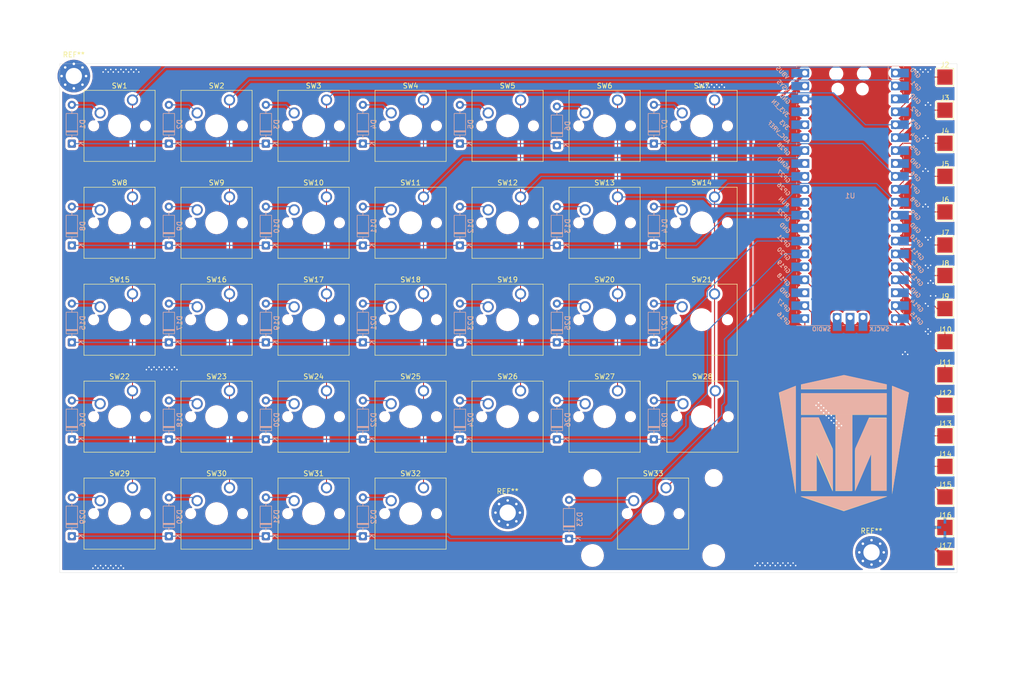
<source format=kicad_pcb>
(kicad_pcb (version 20241229) (generator "pcbnew") (generator_version "9.0")
  (layers (0 "F.Cu" signal) (2 "B.Cu" signal) (13 "F.Paste" user) (15 "B.Paste" user) (5 "F.SilkS" user "F.Silkscreen") (7 "B.SilkS" user "B.Silkscreen") (1 "F.Mask" user) (3 "B.Mask" user) (25 "Edge.Cuts" user))
  (net 0 "")
  (net 1 "Net-(D1-A)")
  (net 2 "COL0")
  (net 3 "Net-(D2-A)")
  (net 4 "COL1")
  (net 5 "Net-(D3-A)")
  (net 6 "COL2")
  (net 7 "Net-(D4-A)")
  (net 8 "COL3")
  (net 9 "Net-(D5-A)")
  (net 10 "COL4")
  (net 11 "Net-(D6-A)")
  (net 12 "COL5")
  (net 13 "COL6")
  (net 14 "Net-(D7-A)")
  (net 15 "Net-(D8-A)")
  (net 16 "Net-(D9-A)")
  (net 17 "Net-(D10-A)")
  (net 18 "Net-(D11-A)")
  (net 19 "Net-(D12-A)")
  (net 20 "Net-(D13-A)")
  (net 21 "Net-(D14-A)")
  (net 22 "Net-(D15-A)")
  (net 23 "Net-(D16-A)")
  (net 24 "Net-(D17-A)")
  (net 25 "Net-(D18-A)")
  (net 26 "Net-(D19-A)")
  (net 27 "Net-(D20-A)")
  (net 28 "Net-(D21-A)")
  (net 29 "Net-(D22-A)")
  (net 30 "Net-(D23-A)")
  (net 31 "Net-(D24-A)")
  (net 32 "Net-(D25-A)")
  (net 33 "Net-(D26-A)")
  (net 34 "Net-(D27-A)")
  (net 35 "Net-(D28-A)")
  (net 36 "Net-(D29-A)")
  (net 37 "Net-(D30-A)")
  (net 38 "Net-(D31-A)")
  (net 39 "Net-(D32-A)")
  (net 40 "Net-(D33-A)")
  (net 41 "ROW0")
  (net 42 "ROW1")
  (net 43 "ROW2")
  (net 44 "ROW3")
  (net 59 "COL7b")
  (net 60 "COL6b")
  (net 61 "COL5b")
  (net 62 "ROW1b")
  (net 63 "COL2b")
  (net 64 "ROW2b")
  (net 65 "SCLb")
  (net 66 "SDAb")
  (net 67 "COL1b")
  (net 68 "ROW3b")
  (net 69 "COL3b")
  (net 70 "ROW4b")
  (net 71 "COL4b")
  (net 72 "ROW5b")
  (net 73 "ROW4")
  (net 74 "+3V3")
  (net 75 "+5V")
  (net 76 "GND")
  (footprint "Button_Switch_Keyboard:SW_Cherry_MX_1.00u_PCB" (layer "F.Cu") (at 150.01875 88.10625)
    (property "Reference" "SW20")
    (property "Value" "SW_Push")
  )
  (footprint "TestPoint:TestPoint_Pad_3.0x3.0mm" (layer "F.Cu") (at 214.3125 128)
    (property "Reference" "J15")
    (property "Value" "Conn_01x01_Pin")
  )
  (footprint "Button_Switch_Keyboard:SW_Cherry_MX_1.00u_PCB" (layer "F.Cu") (at 92.86875 69.05625)
    (property "Reference" "SW10")
    (property "Value" "SW_Push")
  )
  (footprint "Button_Switch_Keyboard:SW_Cherry_MX_1.00u_PCB" (layer "F.Cu") (at 73.81875 69.05625)
    (property "Reference" "SW9")
    (property "Value" "SW_Push")
  )
  (footprint "Button_Switch_Keyboard:SW_Cherry_MX_1.00u_PCB" (layer "F.Cu") (at 54.76875 107.15625)
    (property "Reference" "SW22")
    (property "Value" "SW_Push")
  )
  (footprint "Button_Switch_Keyboard:SW_Cherry_MX_1.00u_PCB" (layer "F.Cu") (at 111.91875 126.20625)
    (property "Reference" "SW32")
    (property "Value" "SW_Push")
  )
  (footprint "Button_Switch_Keyboard:SW_Cherry_MX_1.00u_PCB" (layer "F.Cu") (at 54.76875 88.10625)
    (property "Reference" "SW15")
    (property "Value" "SW_Push")
  )
  (footprint "Button_Switch_Keyboard:SW_Cherry_MX_1.00u_PCB" (layer "F.Cu") (at 92.86875 50.00625)
    (property "Reference" "SW3")
    (property "Value" "SW_Push")
  )
  (footprint "TestPoint:TestPoint_Pad_3.0x3.0mm" (layer "F.Cu") (at 214.3125 104)
    (property "Reference" "J11")
    (property "Value" "Conn_01x01_Pin")
  )
  (footprint "Button_Switch_Keyboard:SW_Cherry_MX_1.00u_PCB" (layer "F.Cu") (at 54.76875 69.05625)
    (property "Reference" "SW8")
    (property "Value" "SW_Push")
  )
  (footprint "TestPoint:TestPoint_Pad_3.0x3.0mm" (layer "F.Cu") (at 214.3125 78.5)
    (property "Reference" "J7")
    (property "Value" "Conn_01x01_Pin")
  )
  (footprint "Button_Switch_Keyboard:SW_Cherry_MX_1.00u_PCB" (layer "F.Cu") (at 130.96875 69.05625)
    (property "Reference" "SW12")
    (property "Value" "SW_Push")
  )
  (footprint "Button_Switch_Keyboard:SW_Cherry_MX_1.00u_PCB" (layer "F.Cu") (at 54.76875 126.20625)
    (property "Reference" "SW29")
    (property "Value" "SW_Push")
  )
  (footprint "TestPoint:TestPoint_Pad_3.0x3.0mm" (layer "F.Cu") (at 214.3125 122)
    (property "Reference" "J14")
    (property "Value" "Conn_01x01_Pin")
  )
  (footprint "Button_Switch_Keyboard:SW_Cherry_MX_1.00u_PCB" (layer "F.Cu") (at 54.76875 50.00625)
    (property "Reference" "SW1")
    (property "Value" "SW_Push")
  )
  (footprint "Button_Switch_Keyboard:SW_Cherry_MX_1.00u_PCB" (layer "F.Cu") (at 73.81875 50.00625)
    (property "Reference" "SW2")
    (property "Value" "SW_Push")
  )
  (footprint "Button_Switch_Keyboard:SW_Cherry_MX_1.00u_PCB" (layer "F.Cu") (at 150.01875 50.00625)
    (property "Reference" "SW6")
    (property "Value" "SW_Push")
  )
  (footprint "TestPoint:TestPoint_Pad_3.0x3.0mm" (layer "F.Cu") (at 214.3125 65)
    (property "Reference" "J5")
    (property "Value" "Conn_01x01_Pin")
  )
  (footprint "Button_Switch_Keyboard:SW_Cherry_MX_1.00u_PCB" (layer "F.Cu") (at 130.96875 88.10625)
    (property "Reference" "SW19")
    (property "Value" "SW_Push")
  )
  (footprint "Button_Switch_Keyboard:SW_Cherry_MX_1.00u_PCB" (layer "F.Cu") (at 169.06875 69.05625)
    (property "Reference" "SW14")
    (property "Value" "SW_Push")
  )
  (footprint "TestPoint:TestPoint_Pad_3.0x3.0mm" (layer "F.Cu") (at 214.3125 72)
    (property "Reference" "J6")
    (property "Value" "Conn_01x01_Pin")
  )
  (footprint "Button_Switch_Keyboard:SW_Cherry_MX_1.00u_PCB" (layer "F.Cu") (at 169.06875 88.10625)
    (property "Reference" "SW21")
    (property "Value" "SW_Push")
  )
  (footprint "TestPoint:TestPoint_Pad_3.0x3.0mm" (layer "F.Cu") (at 214.3125 45.5)
    (property "Reference" "J2")
    (property "Value" "Conn_01x01_Pin")
  )
  (footprint "Button_Switch_Keyboard:SW_Cherry_MX_1.00u_PCB" (layer "F.Cu") (at 111.91875 107.15625)
    (property "Reference" "SW25")
    (property "Value" "SW_Push")
  )
  (footprint "Button_Switch_Keyboard:SW_Cherry_MX_1.00u_PCB" (layer "F.Cu") (at 111.91875 50.00625)
    (property "Reference" "SW4")
    (property "Value" "SW_Push")
  )
  (footprint "Button_Switch_Keyboard:SW_Cherry_MX_1.00u_PCB" (layer "F.Cu") (at 150.01875 69.05625)
    (property "Reference" "SW13")
    (property "Value" "SW_Push")
  )
  (footprint "Button_Switch_Keyboard:SW_Cherry_MX_1.00u_PCB" (layer "F.Cu") (at 73.81875 126.20625)
    (property "Reference" "SW30")
    (property "Value" "SW_Push")
  )
  (footprint "Button_Switch_Keyboard:SW_Cherry_MX_1.00u_PCB" (layer "F.Cu") (at 169.2275 107.15625)
    (property "Reference" "SW28")
    (property "Value" "SW_Push")
  )
  (footprint "TestPoint:TestPoint_Pad_3.0x3.0mm" (layer "F.Cu") (at 214.3125 110)
    (property "Reference" "J12")
    (property "Value" "Conn_01x01_Pin")
  )
  (footprint "Button_Switch_Keyboard:SW_Cherry_MX_1.00u_PCB" (layer "F.Cu") (at 150.01875 107.15625)
    (property "Reference" "SW27")
    (property "Value" "SW_Push")
  )
  (footprint "Button_Switch_Keyboard:SW_Cherry_MX_2.00u_PCB" (layer "F.Cu") (at 159.54375 126.20625)
    (property "Reference" "SW33")
    (property "Value" "SW_Push")
  )
  (footprint "Button_Switch_Keyboard:SW_Cherry_MX_1.00u_PCB" (layer "F.Cu") (at 169.06875 50.00625)
    (property "Reference" "SW7")
    (property "Value" "SW_Push")
  )
  (footprint "TestPoint:TestPoint_Pad_3.0x3.0mm" (layer "F.Cu") (at 214.3125 91)
    (property "Reference" "J9")
    (property "Value" "Conn_01x01_Pin")
  )
  (footprint "MountingHole:MountingHole_3.2mm_M3_Pad_Via" (layer "F.Cu") (at 199.9 138.9)
    (property "Reference" "REF**")
    (property "Value" "MountingHole_3.2mm_M3_Pad_Via")
  )
  (footprint "Button_Switch_Keyboard:SW_Cherry_MX_1.00u_PCB" (layer "F.Cu") (at 73.81875 107.15625)
    (property "Reference" "SW23")
    (property "Value" "SW_Push")
  )
  (footprint "Button_Switch_Keyboard:SW_Cherry_MX_1.00u_PCB" (layer "F.Cu") (at 111.91875 69.05625)
    (property "Reference" "SW11")
    (property "Value" "SW_Push")
  )
  (footprint "TestPoint:TestPoint_Pad_3.0x3.0mm" (layer "F.Cu") (at 214.3125 97.5)
    (property "Reference" "J10")
    (property "Value" "Conn_01x01_Pin")
  )
  (footprint "TestPoint:TestPoint_Pad_3.0x3.0mm" (layer "F.Cu") (at 214.3125 134)
    (property "Reference" "J16")
    (property "Value" "Conn_01x01_Pin")
  )
  (footprint "MountingHole:MountingHole_3.2mm_M3_Pad_Via" (layer "F.Cu") (at 43.25 45.3)
    (property "Reference" "REF**")
    (property "Value" "MountingHole_3.2mm_M3_Pad_Via")
  )
  (footprint "TestPoint:TestPoint_Pad_3.0x3.0mm" (layer "F.Cu") (at 214.3125 140)
    (property "Reference" "J17")
    (property "Value" "Conn_01x01_Pin")
  )
  (footprint "MountingHole:MountingHole_3.2mm_M3_Pad_Via" (layer "F.Cu") (at 128.45 131.1)
    (property "Reference" "REF**")
    (property "Value" "MountingHole_3.2mm_M3_Pad_Via")
  )
  (footprint "Button_Switch_Keyboard:SW_Cherry_MX_1.00u_PCB" (layer "F.Cu") (at 130.96875 107.15625)
    (property "Reference" "SW26")
    (property "Value" "SW_Push")
  )
  (footprint "TestPoint:TestPoint_Pad_3.0x3.0mm" (layer "F.Cu") (at 214.3125 52)
    (property "Reference" "J3")
    (property "Value" "Conn_01x01_Pin")
  )
  (footprint "Button_Switch_Keyboard:SW_Cherry_MX_1.00u_PCB" (layer "F.Cu") (at 92.86875 126.20625)
    (property "Reference" "SW31")
    (property "Value" "SW_Push")
  )
  (footprint "Button_Switch_Keyboard:SW_Cherry_MX_1.00u_PCB" (layer "F.Cu") (at 111.91875 88.10625)
    (property "Reference" "SW18")
    (property "Value" "SW_Push")
  )
  (footprint "TestPoint:TestPoint_Pad_3.0x3.0mm" (layer "F.Cu") (at 214.3125 84.5)
    (property "Reference" "J8")
    (property "Value" "Conn_01x01_Pin")
  )
  (footprint "Button_Switch_Keyboard:SW_Cherry_MX_1.00u_PCB" (layer "F.Cu") (at 92.86875 88.10625)
    (property "Reference" "SW17")
    (property "Value" "SW_Push")
  )
  (footprint "Button_Switch_Keyboard:SW_Cherry_MX_1.00u_PCB" (layer "F.Cu") (at 73.81875 88.10625)
    (property "Reference" "SW16")
    (property "Value" "SW_Push")
  )
  (footprint "Button_Switch_Keyboard:SW_Cherry_MX_1.00u_PCB" (layer "F.Cu") (at 92.86875 107.15625)
    (property "Reference" "SW24")
    (property "Value" "SW_Push")
  )
  (footprint "TestPoint:TestPoint_Pad_3.0x3.0mm" (layer "F.Cu") (at 214.3125 58.5)
    (property "Reference" "J4")
    (property "Value" "Conn_01x01_Pin")
  )
  (footprint "Button_Switch_Keyboard:SW_Cherry_MX_1.00u_PCB" (layer "F.Cu") (at 130.96875 50.00625)
    (property "Reference" "SW5")
    (property "Value" "SW_Push")
  )
  (footprint "TestPoint:TestPoint_Pad_3.0x3.0mm" (layer "F.Cu") (at 214.3125 116)
    (property "Reference" "J13")
    (property "Value" "Conn_01x01_Pin")
  )
  (footprint "Diode_THT:D_DO-35_SOD27_P7.62mm_Horizontal" (layer "B.Cu") (at 119.0625 78.58125 90)
    (property "Reference" "D12")
    (property "Value" "D_Small")
  )
  (footprint "Diode_THT:D_DO-35_SOD27_P7.62mm_Horizontal" (layer "B.Cu") (at 80.9625 78.58125 90)
    (property "Reference" "D10")
    (property "Value" "D_Small")
  )
  (footprint "Diode_THT:D_DO-35_SOD27_P7.62mm_Horizontal" (layer "B.Cu") (at 61.9125 58.57875 90)
    (property "Reference" "D2")
    (property "Value" "D_Small")
  )
  (footprint "Taranium-libs:RPi_Pico_SMD_TH" (layer "B.Cu") (at 195.69 68.83 180)
    (property "Reference" "U1")
    (property "Value" "Pico" (hide yes))
  )
  (footprint "Diode_THT:D_DO-35_SOD27_P7.62mm_Horizontal" (layer "B.Cu") (at 100.0125 97.63125 90)
    (property "Reference" "D21")
    (property "Value" "D_Small")
  )
  (footprint "Diode_THT:D_DO-35_SOD27_P7.62mm_Horizontal" (layer "B.Cu") (at 157.1625 78.58125 90)
    (property "Reference" "D14")
    (property "Value" "D_Small")
  )
  (footprint "Diode_THT:D_DO-35_SOD27_P7.62mm_Horizontal" (layer "B.Cu") (at 119.0625 58.57875 90)
    (property "Reference" "D5")
    (property "Value" "D_Small")
  )
  (footprint "Diode_THT:D_DO-35_SOD27_P7.62mm_Horizontal" (layer "B.Cu") (at 138.1125 58.89625 90)
    (property "Reference" "D6")
    (property "Value" "D_Small")
  )
  (footprint "Diode_THT:D_DO-35_SOD27_P7.62mm_Horizontal" (layer "B.Cu") (at 61.9125 116.68125 90)
    (property "Reference" "D18")
    (property "Value" "D_Small")
  )
  (footprint "Diode_THT:D_DO-35_SOD27_P7.62mm_Horizontal" (layer "B.Cu") (at 61.9125 97.63125 90)
    (property "Reference" "D17")
    (property "Value" "D_Small")
  )
  (footprint "Diode_THT:D_DO-35_SOD27_P7.62mm_Horizontal" (layer "B.Cu") (at 140.49375 136.2075 90)
    (property "Reference" "D33")
    (property "Value" "D_Small")
  )
  (footprint "Diode_THT:D_DO-35_SOD27_P7.62mm_Horizontal" (layer "B.Cu") (at 42.8625 116.68125 90)
    (property "Reference" "D16")
    (property "Value" "D_Small")
  )
  (footprint "Diode_THT:D_DO-35_SOD27_P7.62mm_Horizontal" (layer "B.Cu") (at 80.9625 97.63125 90)
    (property "Reference" "D19")
    (property "Value" "D_Small")
  )
  (footprint "Diode_THT:D_DO-35_SOD27_P7.62mm_Horizontal" (layer "B.Cu") (at 100.0125 78.58125 90)
    (property "Reference" "D11")
    (property "Value" "D_Small")
  )
  (footprint "Diode_THT:D_DO-35_SOD27_P7.62mm_Horizontal" (layer "B.Cu") (at 157.1625 58.57875 90)
    (property "Reference" "D7")
    (property "Value" "D_Small")
  )
  (footprint "Diode_THT:D_DO-35_SOD27_P7.62mm_Horizontal" (layer "B.Cu") (at 80.9625 116.68125 90)
    (property "Reference" "D20")
    (property "Value" "D_Small")
  )
  (footprint "Diode_THT:D_DO-35_SOD27_P7.62mm_Horizontal" (layer "B.Cu") (at 42.8625 58.57875 90)
    (property "Reference" "D1")
    (property "Value" "D_Small")
  )
  (footprint "Diode_THT:D_DO-35_SOD27_P7.62mm_Horizontal" (layer "B.Cu") (at 42.8625 135.73125 90)
    (property "Reference" "D29")
    (property "Value" "D_Small")
  )
  (footprint "Diode_THT:D_DO-35_SOD27_P7.62mm_Horizontal" (layer "B.Cu") (at 119.0625 97.63125 90)
    (property "Reference" "D23")
    (property "Value" "D_Small")
  )
  (footprint "Diode_THT:D_DO-35_SOD27_P7.62mm_Horizontal" (layer "B.Cu") (at 61.9125 78.58125 90)
    (property "Reference" "D9")
    (property "Value" "D_Small")
  )
  (footprint "Diode_THT:D_DO-35_SOD27_P7.62mm_Horizontal" (layer "B.Cu") (at 157.1625 97.63125 90)
    (property "Reference" "D27")
    (property "Value" "D_Small")
  )
  (footprint "Diode_THT:D_DO-35_SOD27_P7.62mm_Horizontal" (layer "B.Cu") (at 80.9625 58.57875 90)
    (property "Reference" "D3")
    (property "Value" "D_Small")
  )
  (footprint "Diode_THT:D_DO-35_SOD27_P7.62mm_Horizontal" (layer "B.Cu") (at 138.1125 116.68125 90)
    (property "Reference" "D26")
    (property "Value" "D_Small")
  )
  (footprint "Diode_THT:D_DO-35_SOD27_P7.62mm_Horizontal" (layer "B.Cu") (at 42.8625 97.63125 90)
    (property "Reference" "D15")
    (property "Value" "D_Small")
  )
  (footprint "Diode_THT:D_DO-35_SOD27_P7.62mm_Horizontal" (layer "B.Cu") (at 157.1625 116.68125 90)
    (property "Reference" "D28")
    (property "Value" "D_Small")
  )
  (footprint "Diode_THT:D_DO-35_SOD27_P7.62mm_Horizontal" (layer "B.Cu") (at 80.9625 135.73125 90)
    (property "Reference" "D31")
    (property "Value" "D_Small")
  )
  (footprint "Diode_THT:D_DO-35_SOD27_P7.62mm_Horizontal" (layer "B.Cu") (at 138.1125 97.63125 90)
    (property "Reference" "D25")
    (property "Value" "D_Small")
  )
  (footprint "Diode_THT:D_DO-35_SOD27_P7.62mm_Horizontal" (layer "B.Cu") (at 42.8625 78.58125 90)
    (property "Reference" "D8")
    (property "Value" "D_Small")
  )
  (footprint "Diode_THT:D_DO-35_SOD27_P7.62mm_Horizontal" (layer "B.Cu") (at 61.9125 135.73125 90)
    (property "Reference" "D30")
    (property "Value" "D_Small")
  )
  (footprint "Diode_THT:D_DO-35_SOD27_P7.62mm_Horizontal" (layer "B.Cu") (at 100.0125 116.68125 90)
    (property "Reference" "D22")
    (property "Value" "D_Small")
  )
  (footprint "Diode_THT:D_DO-35_SOD27_P7.62mm_Horizontal" (layer "B.Cu") (at 138.1125 78.58125 90)
    (property "Reference" "D13")
    (property "Value" "D_Small")
  )
  (footprint "Diode_THT:D_DO-35_SOD27_P7.62mm_Horizontal" (layer "B.Cu") (at 100.0125 135.73125 90)
    (property "Reference" "D32")
    (property "Value" "D_Small")
  )
  (footprint "Diode_THT:D_DO-35_SOD27_P7.62mm_Horizontal" (layer "B.Cu") (at 100.0125 58.57875 90)
    (property "Reference" "D4")
    (property "Value" "D_Small")
  )
  (footprint "Diode_THT:D_DO-35_SOD27_P7.62mm_Horizontal" (layer "B.Cu") (at 119.0625 116.68125 90)
    (property "Reference" "D24")
    (property "Value" "D_Small")
  )
  (gr_poly (pts (xy 207.224999 107.524634) (xy 203.917707 127.5) (xy 203.917707 106.201043)) (fill yes) (layer "F.SilkS"))
  (gr_poly (pts (xy 192.276042 118.559334) (xy 192.276042 126.970835) (xy 186.058333 112.566402) (xy 189.604676 112.566402)) (fill yes) (layer "F.SilkS"))
  (gr_poly (pts (xy 196.1125 126.838543) (xy 192.805207 126.838543) (xy 192.805207 111.889585) (xy 196.1125 111.889585)) (fill yes) (layer "F.SilkS"))
  (gr_poly (pts (xy 202.859376 126.796076) (xy 199.832276 126.796076) (xy 199.832276 112.48749) (xy 202.859376 112.48749)) (fill yes) (layer "F.SilkS"))
  (gr_poly (pts (xy 202.859376 111.889585) (xy 186.058333 111.889585) (xy 186.058333 107.656252) (xy 202.859376 107.656252)) (fill yes) (layer "F.SilkS"))
  (gr_poly (pts (xy 196.641666 126.838543) (xy 196.641666 118.881992) (xy 199.408414 112.418751) (xy 202.842176 112.418751)) (fill yes) (layer "F.SilkS"))
  (gr_poly (pts (xy 189.119033 126.844364) (xy 186.083468 126.844364) (xy 186.083468 112.551043) (xy 189.119033 112.551043)) (fill yes) (layer "F.SilkS"))
  (gr_poly (pts (xy 185 127.5) (xy 181.692709 107.524634) (xy 185 106.201043)) (fill yes) (layer "F.SilkS"))
  (gr_poly (pts (xy 194.458854 130.807291) (xy 185.923528 127.929949) (xy 202.99418 127.929949)) (fill yes) (layer "F.SilkS"))
  (gr_poly (pts (xy 202.859376 105.930176) (xy 202.859376 106.862502) (xy 186.058333 106.862502) (xy 186.058333 105.930176) (xy 194.458854 104.084377)) (fill yes) (layer "F.SilkS"))
  (gr_poly (pts (xy 194.492455 130.759003) (xy 203.027781 127.881661) (xy 185.957129 127.881661)) (fill yes) (layer "B.SilkS"))
  (gr_poly (pts (xy 186.091933 126.747788) (xy 189.119033 126.747788) (xy 189.119033 112.439202) (xy 186.091933 112.439202)) (fill yes) (layer "B.SilkS"))
  (gr_poly (pts (xy 192.838809 126.790255) (xy 196.146102 126.790255) (xy 196.146102 111.841297) (xy 192.838809 111.841297)) (fill yes) (layer "B.SilkS"))
  (gr_poly (pts (xy 196.675267 118.511046) (xy 196.675267 126.922547) (xy 202.892976 112.518114) (xy 199.346633 112.518114)) (fill yes) (layer "B.SilkS"))
  (gr_poly (pts (xy 186.091933 105.881888) (xy 186.091933 106.814214) (xy 202.892976 106.814214) (xy 202.892976 105.881888) (xy 194.492455 104.036089)) (fill yes) (layer "B.SilkS"))
  (gr_poly (pts (xy 186.091933 111.841297) (xy 202.892976 111.841297) (xy 202.892976 107.607964) (xy 186.091933 107.607964)) (fill yes) (layer "B.SilkS"))
  (gr_poly (pts (xy 192.309643 126.790255) (xy 192.309643 118.833704) (xy 189.542895 112.370463) (xy 186.109133 112.370463)) (fill yes) (layer "B.SilkS"))
  (gr_poly (pts (xy 199.832276 126.796076) (xy 202.867841 126.796076) (xy 202.867841 112.502755) (xy 199.832276 112.502755)) (fill yes) (layer "B.SilkS"))
  (gr_poly (pts (xy 181.72631 107.476346) (xy 185.033602 127.451712) (xy 185.033602 106.152755)) (fill yes) (layer "B.SilkS"))
  (gr_poly (pts (xy 203.951309 127.451712) (xy 207.2586 107.476346) (xy 203.951309 106.152755)) (fill yes) (layer "B.SilkS"))
  (gr_rect (start 40.48125 42.8625) (end 216.69375 142.875) (stroke (width 0.05)) (fill no) (layer "Edge.Cuts"))
  (segment (start 46.83125 50.95875) (end 48.41875 52.54625) (width 0.2) (layer "B.Cu") (net 1))
  (segment (start 42.8625 50.95875) (end 46.83125 50.95875) (width 0.2) (layer "B.Cu") (net 1))
  (segment (start 54.76875 50.00625) (end 54.76875 126.20625) (width 0.2) (layer "F.Cu") (net 2))
  (segment (start 54.76875 50.00625) (end 61.226 43.549) (width 0.2) (layer "B.Cu") (net 2))
  (segment (start 203.429 43.549) (end 204.58 44.7) (width 0.2) (layer "B.Cu") (net 2))
  (segment (start 61.226 43.549) (end 203.429 43.549) (width 0.2) (layer "B.Cu") (net 2))
  (segment (start 61.9125 50.95875) (end 65.88125 50.95875) (width 0.2) (layer "B.Cu") (net 3))
  (segment (start 65.88125 50.95875) (end 67.46875 52.54625) (width 0.2) (layer "B.Cu") (net 3))
  (segment (start 73.81875 50.00625) (end 73.81875 126.20625) (width 0.2) (layer "F.Cu") (net 4))
  (segment (start 77.744 46.081) (end 203.421 46.081) (width 0.2) (layer "B.Cu") (net 4))
  (segment (start 203.421 46.081) (end 204.58 47.24) (width 0.2) (layer "B.Cu") (net 4))
  (segment (start 73.81875 50.00625) (end 77.744 46.081) (width 0.2) (layer "B.Cu") (net 4))
  (segment (start 84.93125 50.95875) (end 86.51875 52.54625) (width 0.2) (layer "B.Cu") (net 5))
  (segment (start 80.9625 50.95875) (end 84.93125 50.95875) (width 0.2) (layer "B.Cu") (net 5))
  (segment (start 92.86875 50.00625) (end 92.86875 126.20625) (width 0.2) (layer "F.Cu") (net 6))
  (segment (start 94.26975 48.60525) (end 192.453201 48.60525) (width 0.2) (layer "B.Cu") (net 6))
  (segment (start 192.453201 48.60525) (end 198.707951 54.86) (width 0.2) (layer "B.Cu") (net 6))
  (segment (start 198.707951 54.86) (end 204.58 54.86) (width 0.2) (layer "B.Cu") (net 6))
  (segment (start 92.86875 50.00625) (end 94.26975 48.60525) (width 0.2) (layer "B.Cu") (net 6))
  (segment (start 100.0125 50.95875) (end 103.98125 50.95875) (width 0.2) (layer "B.Cu") (net 7))
  (segment (start 103.98125 50.95875) (end 105.56875 52.54625) (width 0.2) (layer "B.Cu") (net 7))
  (segment (start 111.91875 50.00625) (end 111.91875 126.20625) (width 0.2) (layer "F.Cu") (net 8))
  (segment (start 185.411 61.329) (end 186.8 59.94) (width 0.2) (layer "B.Cu") (net 8))
  (segment (start 119.646 61.329) (end 185.411 61.329) (width 0.2) (layer "B.Cu") (net 8))
  (segment (start 111.91875 69.05625) (end 119.646 61.329) (width 0.2) (layer "B.Cu") (net 8))
  (segment (start 123.03125 50.95875) (end 124.61875 52.54625) (width 0.2) (layer "B.Cu") (net 9))
  (segment (start 119.0625 50.95875) (end 123.03125 50.95875) (width 0.2) (layer "B.Cu") (net 9))
  (segment (start 130.96875 50.00625) (end 130.96875 107.15625) (width 0.2) (layer "F.Cu") (net 10))
  (segment (start 135.005 65.02) (end 186.8 65.02) (width 0.2) (layer "B.Cu") (net 10))
  (segment (start 130.96875 69.05625) (end 135.005 65.02) (width 0.2) (layer "B.Cu") (net 10))
  (segment (start 138.1125 51.27625) (end 142.39875 51.27625) (width 0.2) (layer "B.Cu") (net 11))
  (segment (start 142.39875 51.27625) (end 143.66875 52.54625) (width 0.2) (layer "B.Cu") (net 11))
  (segment (start 150.01875 50.00625) (end 150.01875 107.15625) (width 0.2) (layer "F.Cu") (net 12))
  (segment (start 168.531186 70.5) (end 182.298 70.5) (width 0.2) (layer "B.Cu") (net 12))
  (segment (start 182.298 70.5) (end 185.238 67.56) (width 0.2) (layer "B.Cu") (net 12))
  (segment (start 167.087436 69.05625) (end 168.531186 70.5) (width 0.2) (layer "B.Cu") (net 12))
  (segment (start 150.01875 69.05625) (end 167.087436 69.05625) (width 0.2) (layer "B.Cu") (net 12))
  (segment (start 185.238 67.56) (end 186.8 67.56) (width 0.2) (layer "B.Cu") (net 12))
  (segment (start 169.06875 116.68125) (end 169.06875 107.15625) (width 0.2) (layer "F.Cu") (net 13))
  (segment (start 159.54375 126.20625) (end 169.06875 116.68125) (width 0.2) (layer "F.Cu") (net 13))
  (segment (start 169.06875 50.00625) (end 169.06875 107.15625) (width 0.2) (layer "F.Cu") (net 13))
  (segment (start 171.716 66.409) (end 200.889 66.409) (width 0.2) (layer "B.Cu") (net 13))
  (segment (start 169.06875 69.05625) (end 171.716 66.409) (width 0.2) (layer "B.Cu") (net 13))
  (segment (start 200.889 66.409) (end 204.58 70.1) (width 0.2) (layer "B.Cu") (net 13))
  (segment (start 161.13125 50.95875) (end 162.71875 52.54625) (width 0.2) (layer "B.Cu") (net 14))
  (segment (start 157.1625 50.95875) (end 161.13125 50.95875) (width 0.2) (layer "B.Cu") (net 14))
  (segment (start 42.8625 70.96125) (end 47.78375 70.96125) (width 0.2) (layer "B.Cu") (net 15))
  (segment (start 47.78375 70.96125) (end 48.41875 71.59625) (width 0.2) (layer "B.Cu") (net 15))
  (segment (start 61.9125 70.96125) (end 66.83375 70.96125) (width 0.2) (layer "B.Cu") (net 16))
  (segment (start 66.83375 70.96125) (end 67.46875 71.59625) (width 0.2) (layer "B.Cu") (net 16))
  (segment (start 80.9625 70.96125) (end 85.88375 70.96125) (width 0.2) (layer "B.Cu") (net 17))
  (segment (start 85.88375 70.96125) (end 86.51875 71.59625) (width 0.2) (layer "B.Cu") (net 17))
  (segment (start 100.0125 70.96125) (end 104.93375 70.96125) (width 0.2) (layer "B.Cu") (net 18))
  (segment (start 104.93375 70.96125) (end 105.56875 71.59625) (width 0.2) (layer "B.Cu") (net 18))
  (segment (start 119.0625 70.96125) (end 123.98375 70.96125) (width 0.2) (layer "B.Cu") (net 19))
  (segment (start 123.98375 70.96125) (end 124.61875 71.59625) (width 0.2) (layer "B.Cu") (net 19))
  (segment (start 143.03375 70.96125) (end 143.66875 71.59625) (width 0.2) (layer "B.Cu") (net 20))
  (segment (start 138.1125 70.96125) (end 143.03375 70.96125) (width 0.2) (layer "B.Cu") (net 20))
  (segment (start 157.1625 70.96125) (end 162.08375 70.96125) (width 0.2) (layer "B.Cu") (net 21))
  (segment (start 162.08375 70.96125) (end 162.71875 71.59625) (width 0.2) (layer "B.Cu") (net 21))
  (segment (start 42.8625 90.01125) (end 47.78375 90.01125) (width 0.2) (layer "B.Cu") (net 22))
  (segment (start 47.78375 90.01125) (end 48.41875 90.64625) (width 0.2) (layer "B.Cu") (net 22))
  (segment (start 47.78375 109.06125) (end 48.41875 109.69625) (width 0.2) (layer "B.Cu") (net 23))
  (segment (start 42.8625 109.06125) (end 47.78375 109.06125) (width 0.2) (layer "B.Cu") (net 23))
  (segment (start 61.9125 90.01125) (end 66.83375 90.01125) (width 0.2) (layer "B.Cu") (net 24))
  (segment (start 66.83375 90.01125) (end 67.46875 90.64625) (width 0.2) (layer "B.Cu") (net 24))
  (segment (start 61.9125 109.06125) (end 66.83375 109.06125) (width 0.2) (layer "B.Cu") (net 25))
  (segment (start 66.83375 109.06125) (end 67.46875 109.69625) (width 0.2) (layer "B.Cu") (net 25))
  (segment (start 85.88375 90.01125) (end 86.51875 90.64625) (width 0.2) (layer "B.Cu") (net 26))
  (segment (start 80.9625 90.01125) (end 85.88375 90.01125) (width 0.2) (layer "B.Cu") (net 26))
  (segment (start 80.9625 109.06125) (end 85.88375 109.06125) (width 0.2) (layer "B.Cu") (net 27))
  (segment (start 85.88375 109.06125) (end 86.51875 109.69625) (width 0.2) (layer "B.Cu") (net 27))
  (segment (start 100.0125 90.01125) (end 104.93375 90.01125) (width 0.2) (layer "B.Cu") (net 28))
  (segment (start 104.93375 90.01125) (end 105.56875 90.64625) (width 0.2) (layer "B.Cu") (net 28))
  (segment (start 100.0125 109.06125) (end 104.93375 109.06125) (width 0.2) (layer "B.Cu") (net 29))
  (segment (start 104.93375 109.06125) (end 105.56875 109.69625) (width 0.2) (layer "B.Cu") (net 29))
  (segment (start 119.0625 90.01125) (end 123.98375 90.01125) (width 0.2) (layer "B.Cu") (net 30))
  (segment (start 123.98375 90.01125) (end 124.61875 90.64625) (width 0.2) (layer "B.Cu") (net 30))
  (segment (start 119.0625 109.06125) (end 123.98375 109.06125) (width 0.2) (layer "B.Cu") (net 31))
  (segment (start 123.98375 109.06125) (end 124.61875 109.69625) (width 0.2) (layer "B.Cu") (net 31))
  (segment (start 138.1125 90.01125) (end 143.03375 90.01125) (width 0.2) (layer "B.Cu") (net 32))
  (segment (start 143.03375 90.01125) (end 143.66875 90.64625) (width 0.2) (layer "B.Cu") (net 32))
  (segment (start 138.1125 109.06125) (end 143.03375 109.06125) (width 0.2) (layer "B.Cu") (net 33))
  (segment (start 143.03375 109.06125) (end 143.66875 109.69625) (width 0.2) (layer "B.Cu") (net 33))
  (segment (start 157.1625 90.01125) (end 162.08375 90.01125) (width 0.2) (layer "B.Cu") (net 34))
  (segment (start 162.08375 90.01125) (end 162.71875 90.64625) (width 0.2) (layer "B.Cu") (net 34))
  (segment (start 162.08375 109.06125) (end 162.71875 109.69625) (width 0.2) (layer "B.Cu") (net 35))
  (segment (start 157.1625 109.06125) (end 162.08375 109.06125) (width 0.2) (layer "B.Cu") (net 35))
  (segment (start 47.78375 128.11125) (end 48.41875 128.74625) (width 0.2) (layer "B.Cu") (net 36))
  (segment (start 42.8625 128.11125) (end 47.78375 128.11125) (width 0.2) (layer "B.Cu") (net 36))
  (segment (start 66.83375 128.11125) (end 67.46875 128.74625) (width 0.2) (layer "B.Cu") (net 37))
  (segment (start 61.9125 128.11125) (end 66.83375 128.11125) (width 0.2) (layer "B.Cu") (net 37))
  (segment (start 85.88375 128.11125) (end 86.51875 128.74625) (width 0.2) (layer "B.Cu") (net 38))
  (segment (start 80.9625 128.11125) (end 85.88375 128.11125) (width 0.2) (layer "B.Cu") (net 38))
  (segment (start 104.93375 128.11125) (end 105.56875 128.74625) (width 0.2) (layer "B.Cu") (net 39))
  (segment (start 100.0125 128.11125) (end 104.93375 128.11125) (width 0.2) (layer "B.Cu") (net 39))
  (segment (start 140.49375 128.5875) (end 153.035 128.5875) (width 0.2) (layer "B.Cu") (net 40))
  (segment (start 153.035 128.5875) (end 153.19375 128.74625) (width 0.2) (layer "B.Cu") (net 40))
  (segment (start 42.8625 58.57875) (end 157.1625 58.57875) (width 0.2) (layer "B.Cu") (net 41))
  (segment (start 198.13875 58.57875) (end 204.58 65.02) (width 0.2) (layer "B.Cu") (net 41))
  (segment (start 157.1625 58.57875) (end 198.13875 58.57875) (width 0.2) (layer "B.Cu") (net 41))
  (segment (start 165.46528 78.58125) (end 171.40653 72.64) (width 0.2) (layer "B.Cu") (net 42))
  (segment (start 42.8625 78.58125) (end 157.1625 78.58125) (width 0.2) (layer "B.Cu") (net 42))
  (segment (start 157.1625 78.58125) (end 165.46528 78.58125) (width 0.2) (layer "B.Cu") (net 42))
  (segment (start 171.40653 72.64) (end 186.8 72.64) (width 0.2) (layer "B.Cu") (net 42))
  (segment (start 157.1625 97.63125) (end 158.723064 97.63125) (width 0.2) (layer "B.Cu") (net 43))
  (segment (start 167.66775 88.686564) (end 167.66775 87.525936) (width 0.2) (layer "B.Cu") (net 43))
  (segment (start 42.8625 97.63125) (end 157.1625 97.63125) (width 0.2) (layer "B.Cu") (net 43))
  (segment (start 158.723064 97.63125) (end 167.66775 88.686564) (width 0.2) (layer "B.Cu") (net 43))
  (segment (start 167.66775 87.525936) (end 177.473686 77.72) (width 0.2) (layer "B.Cu") (net 43))
  (segment (start 177.473686 77.72) (end 186.8 77.72) (width 0.2) (layer "B.Cu") (net 43))
  (segment (start 167.66775 107.736564) (end 167.66775 95.372066) (width 0.2) (layer "B.Cu") (net 44))
  (segment (start 42.8625 116.68125) (end 157.1625 116.68125) (width 0.2) (layer "B.Cu") (net 44))
  (segment (start 163.452157 111.952157) (end 167.66775 107.736564) (width 0.2) (layer "B.Cu") (net 44))
  (segment (start 157.1625 116.68125) (end 160.81875 116.68125) (width 0.2) (layer "B.Cu") (net 44))
  (segment (start 160.81875 116.68125) (end 163.452157 114.047843) (width 0.2) (layer "B.Cu") (net 44))
  (segment (start 167.66775 95.372066) (end 182.779816 80.26) (width 0.2) (layer "B.Cu") (net 44))
  (segment (start 182.779816 80.26) (end 186.8 80.26) (width 0.2) (layer "B.Cu") (net 44))
  (segment (start 163.452157 114.047843) (end 163.452157 111.952157) (width 0.2) (layer "B.Cu") (net 44))
  (segment (start 204.72 52.32) (end 204.58 52.32) (width 0.2) (layer "F.Cu") (net 59))
  (segment (start 214.3125 45.5) (end 211.675 45.5) (width 0.2) (layer "F.Cu") (net 59))
  (segment (start 204.7875 52.3875) (end 204.72 52.32) (width 0.2) (layer "F.Cu") (net 59))
  (segment (start 211.675 45.5) (end 204.7875 52.3875) (width 0.2) (layer "F.Cu") (net 59))
  (segment (start 214.3125 65) (end 207.14 65) (width 0.2) (layer "F.Cu") (net 60))
  (segment (start 207.14 65) (end 204.58 67.56) (width 0.2) (layer "F.Cu") (net 60))
  (segment (start 205.22 72) (end 204.58 72.64) (width 0.2) (layer "F.Cu") (net 61))
  (segment (start 214.3125 72) (end 205.22 72) (width 0.2) (layer "F.Cu") (net 61))
  (segment (start 205.36 78.5) (end 204.58 77.72) (width 0.2) (layer "F.Cu") (net 62))
  (segment (start 214.3125 78.5) (end 205.36 78.5) (width 0.2) (layer "F.Cu") (net 62))
  (segment (start 214.3125 84.5) (end 208.82 84.5) (width 0.2) (layer "F.Cu") (net 63))
  (segment (start 208.82 84.5) (end 204.58 80.26) (width 0.2) (layer "F.Cu") (net 63))
  (segment (start 214.3125 91) (end 212.78 91) (width 0.2) (layer "F.Cu") (net 64))
  (segment (start 212.78 91) (end 204.58 82.8) (width 0.2) (layer "F.Cu") (net 64))
  (segment (start 206.02 58.5) (end 204.58 59.94) (width 0.2) (layer "F.Cu") (net 65))
  (segment (start 214.3125 58.5) (end 206.02 58.5) (width 0.2) (layer "F.Cu") (net 65))
  (segment (start 209.98 52) (end 204.58 57.4) (width 0.2) (layer "F.Cu") (net 66))
  (segment (start 214.3125 52) (end 209.98 52) (width 0.2) (layer "F.Cu") (net 66))
  (segment (start 214.3125 95.0725) (end 204.58 85.34) (width 0.2) (layer "F.Cu") (net 67))
  (segment (start 214.3125 97.5) (end 214.3125 95.0725) (width 0.2) (layer "F.Cu") (net 67))
  (segment (start 214.3125 104) (end 214.3125 101.06474) (width 0.2) (layer "F.Cu") (net 68))
  (segment (start 214.3125 101.06474) (end 204.58 91.33224) (width 0.2) (layer "F.Cu") (net 68))
  (segment (start 204.58 91.33224) (end 204.58 90.42) (width 0.2) (layer "F.Cu") (net 68))
  (segment (start 204.7875 92.86875) (end 204.67125 92.86875) (width 0.2) (layer "F.Cu") (net 69))
  (segment (start 204.7875 100.475) (end 204.7875 92.86875) (width 0.2) (layer "F.Cu") (net 69))
  (segment (start 214.3125 110) (end 204.7875 100.475) (width 0.2) (layer "F.Cu") (net 69))
  (segment (start 204.67125 92.86875) (end 204.58 92.96) (width 0.2) (layer "F.Cu") (net 69))
  (segment (start 214.3125 116) (end 203.4467 116) (width 0.2) (layer "F.Cu") (net 70))
  (segment (start 190.5 89.04) (end 186.8 85.34) (width 0.2) (layer "F.Cu") (net 70))
  (segment (start 190.5 103.0533) (end 190.5 89.04) (width 0.2) (layer "F.Cu") (net 70))
  (segment (start 203.4467 116) (end 190.5 103.0533) (width 0.2) (layer "F.Cu") (net 70))
  (segment (start 214.3125 122) (end 208.8796 122) (width 0.2) (layer "F.Cu") (net 71))
  (segment (start 188.11875 101.23915) (end 188.11875 91.73875) (width 0.2) (layer "F.Cu") (net 71))
  (segment (start 208.8796 122) (end 188.11875 101.23915) (width 0.2) (layer "F.Cu") (net 71))
  (segment (start 188.11875 91.73875) (end 186.8 90.42) (width 0.2) (layer "F.Cu") (net 71))
  (segment (start 186.8 100.4875) (end 186.8 92.96) (width 0.2) (layer "F.Cu") (net 72))
  (segment (start 214.3125 128) (end 186.8 100.4875) (width 0.2) (layer "F.Cu") (net 72))
  (segment (start 157.5 127.429314) (end 157.5 124.919964) (width 0.2) (layer "B.Cu") (net 73))
  (segment (start 157.5 124.919964) (end 170.459982 111.959982) (width 0.2) (layer "B.Cu") (net 73))
  (segment (start 117.1575 136.2075) (end 140.49375 136.2075) (width 0.2) (layer "B.Cu") (net 73))
  (segment (start 170.459982 111.959982) (end 170.459982 110.040018) (width 0.2) (layer "B.Cu") (net 73))
  (segment (start 170.459982 110.040018) (end 171 109.5) (width 0.2) (layer "B.Cu") (net 73))
  (segment (start 148.721814 136.2075) (end 157.5 127.429314) (width 0.2) (layer "B.Cu") (net 73))
  (segment (start 171 109.5) (end 171 97.038) (width 0.2) (layer "B.Cu") (net 73))
  (segment (start 171 97.038) (end 185.238 82.8) (width 0.2) (layer "B.Cu") (net 73))
  (segment (start 140.49375 136.2075) (end 148.721814 136.2075) (width 0.2) (layer "B.Cu") (net 73))
  (segment (start 185.238 82.8) (end 186.8 82.8) (width 0.2) (layer "B.Cu") (net 73))
  (segment (start 42.8625 135.73125) (end 116.68125 135.73125) (width 0.2) (layer "B.Cu") (net 73))
  (segment (start 116.68125 135.73125) (end 117.1575 136.2075) (width 0.2) (layer "B.Cu") (net 73))
  (segment (start 176.2125 55.2875) (end 176.2125 101.9) (width 0.6) (layer "F.Cu") (net 75))
  (segment (start 176.2125 101.9) (end 214.3125 140) (width 0.6) (layer "F.Cu") (net 75))
  (segment (start 186.8 44.7) (end 176.2125 55.2875) (width 0.6) (layer "F.Cu") (net 75))
  (segment (start 177.025768 58.924835) (end 186.170603 49.78) (width 0.6) (layer "F.Cu") (net 76))
  (segment (start 177.025768 101.580482) (end 177.025768 58.924835) (width 0.6) (layer "F.Cu") (net 76))
  (segment (start 209.445286 134) (end 177.025768 101.580482) (width 0.6) (layer "F.Cu") (net 76))
  (segment (start 214.3125 134) (end 209.445286 134) (width 0.6) (layer "F.Cu") (net 76))
  (segment (start 186.170603 49.78) (end 186.8 49.78) (width 0.6) (layer "F.Cu") (net 76))
  (via (at 62.5 103) (size 0.6) (drill 0.3) (layers "F.Cu" "B.Cu") (net 76))
  (via (at 53 44.5) (size 0.6) (drill 0.3) (layers "F.Cu" "B.Cu") (net 76))
  (via (at 189 110) (size 0.6) (drill 0.3) (layers "F.Cu" "B.Cu") (net 76))
  (via (at 209 44.5) (size 0.6) (drill 0.3) (layers "F.Cu" "B.Cu") (net 76))
  (via (at 57.5 103) (size 0.6) (drill 0.3) (layers "F.Cu" "B.Cu") (net 76))
  (via (at 180.5 141) (size 0.6) (drill 0.3) (layers "F.Cu" "B.Cu") (net 76))
  (via (at 168.5 47) (size 0.6) (drill 0.3) (layers "F.Cu" "B.Cu") (net 76))
  (via (at 168 47.5) (size 0.6) (drill 0.3) (layers "F.Cu" "B.Cu") (net 76))
  (via (at 52 142) (size 0.6) (drill 0.3) (layers "F.Cu" "B.Cu") (net 76))
  (via (at 211.5 85.5) (size 0.6) (drill 0.3) (layers "F.Cu" "B.Cu") (net 76))
  (via (at 177 141.5) (size 0.6) (drill 0.3) (layers "F.Cu" "B.Cu") (net 76))
  (via (at 182 141.5) (size 0.6) (drill 0.3) (layers "F.Cu" "B.Cu") (net 76))
  (via (at 170 47.5) (size 0.6) (drill 0.3) (layers "F.Cu" "B.Cu") (net 76))
  (via (at 210 57.5) (size 0.6) (drill 0.3) (layers "F.Cu" "B.Cu") (net 76))
  (via (at 51.5 44) (size 0.6) (drill 0.3) (layers "F.Cu" "B.Cu") (net 76))
  (via (at 193 113) (size 0.6) (drill 0.3) (layers "F.Cu" "B.Cu") (net 76))
  (via (at 210 44.5) (size 0.6) (drill 0.3) (layers "F.Cu" "B.Cu") (net 76))
  (via (at 193.5 113.5) (size 0.6) (drill 0.3) (layers "F.Cu" "B.Cu") (net 76))
  (via (at 177.5 141) (size 0.6) (drill 0.3) (layers "F.Cu" "B.Cu") (net 76))
  (via (at 52.5 44) (size 0.6) (drill 0.3) (layers "F.Cu" "B.Cu") (net 76))
  (via (at 180 141.5) (size 0.6) (drill 0.3) (layers "F.Cu" "B.Cu") (net 76))
  (via (at 211 50.5) (size 0.6) (drill 0.3) (layers "F.Cu" "B.Cu") (net 76))
  (via (at 166 47.5) (size 0.6) (drill 0.3) (layers "F.Cu" "B.Cu") (net 76))
  (via (at 50 44.5) (size 0.6) (drill 0.3) (layers "F.Cu" "B.Cu") (net 76))
  (via (at 61 102.5) (size 0.6) (drill 0.3) (layers "F.Cu" "B.Cu") (net 76))
  (via (at 210.5 77) (size 0.6) (drill 0.3) (layers "F.Cu" "B.Cu") (net 76))
  (via (at 209.5 44) (size 0.6) (drill 0.3) (layers "F.Cu" "B.Cu") (net 76))
  (via (at 181.5 141) (size 0.6) (drill 0.3) (layers "F.Cu" "B.Cu") (net 76))
  (via (at 183.5 141) (size 0.6) (drill 0.3) (layers "F.Cu" "B.Cu") (net 76))
  (via (at 211.5 88.5) (size 0.6) (drill 0.3) (layers "F.Cu" "B.Cu") (net 76))
  (via (at 190 110) (size 0.6) (drill 0.3) (layers "F.Cu" "B.Cu") (net 76))
  (via (at 178 141.5) (size 0.6) (drill 0.3) (layers "F.Cu" "B.Cu") (net 76))
  (via (at 191.5 112.5) (size 0.6) (drill 0.3) (layers "F.Cu" "B.Cu") (net 76))
  (via (at 184 141.5) (size 0.6) (drill 0.3) (layers "F.Cu" "B.Cu") (net 76))
  (via (at 63 102.5) (size 0.6) (drill 0.3) (layers "F.Cu" "B.Cu") (net 76))
  (via (at 179 141.5) (size 0.6) (drill 0.3) (layers "F.Cu" "B.Cu") (net 76))
  (via (at 211 64) (size 0.6) (drill 0.3) (layers "F.Cu" "B.Cu") (net 76))
  (via (at 166.5 47) (size 0.6) (drill 0.3) (layers "F.Cu" "B.Cu") (net 76))
  (via (at 53 142) (size 0.6) (drill 0.3) (layers "F.Cu" "B.Cu") (net 76))
  (via (at 51.5 141.5) (size 0.6) (drill 0.3) (layers "F.Cu" "B.Cu") (net 76))
  (via (at 211 95) (size 0.6) (drill 0.3) (layers "F.Cu" "B.Cu") (net 76))
  (via (at 211 83) (size 0.6) (drill 0.3) (layers "F.Cu" "B.Cu") (net 76))
  (via (at 48.5 141.5) (size 0.6) (drill 0.3) (layers "F.Cu" "B.Cu") (net 76))
  (via (at 192 113) (size 0.6) (drill 0.3) (layers "F.Cu" "B.Cu") (net 76))
  (via (at 47.5 141.5) (size 0.6) (drill 0.3) (layers "F.Cu" "B.Cu") (net 76))
  (via (at 210.5 44) (size 0.6) (drill 0.3) (layers "F.Cu" "B.Cu") (net 76))
  (via (at 49 44.5) (size 0.6) (drill 0.3) (layers "F.Cu" "B.Cu") (net 76))
  (via (at 63.5 103) (size 0.6) (drill 0.3) (layers "F.Cu" "B.Cu") (net 76))
  (via (at 50.5 44) (size 0.6) (drill 0.3) (layers "F.Cu" "B.Cu") (net 76))
  (via (at 212.5 88.5) (size 0.6) (drill 0.3) (layers "F.Cu" "B.Cu") (net 76))
  (via (at 54.5 44) (size 0.6) (drill 0.3) (layers "F.Cu" "B.Cu") (net 76))
  (via (at 58 102.5) (size 0.6) (drill 0.3) (layers "F.Cu" "B.Cu") (net 76))
  (via (at 179.5 141) (size 0.6) (drill 0.3) (layers "F.Cu" "B.Cu") (net 76))
  (via (at 206.5 99.5) (size 0.6) (drill 0.3) (layers "F.Cu" "B.Cu") (net 76))
  (via (at 210.5 82.5) (size 0.6) (drill 0.3) (layers "F.Cu" "B.Cu") (net 76))
  (via (at 59.5 103) (size 0.6) (drill 0.3) (layers "F.Cu" "B.Cu") (net 76))
  (via (at 191 111) (size 0.6) (drill 0.3) (layers "F.Cu" "B.Cu") (net 76))
  (via (at 49 142) (size 0.6) (drill 0.3) (layers "F.Cu" "B.Cu") (net 76))
  (via (at 211 96) (size 0.6) (drill 0.3) (layers "F.Cu" "B.Cu") (net 76))
  (via (at 211.5 82.5) (size 0.6) (drill 0.3) (layers "F.Cu" "B.Cu") (net 76))
  (via (at 183 141.5) (size 0.6) (drill 0.3) (layers "F.Cu" "B.Cu") (net 76))
  (via (at 55.5 44) (size 0.6) (drill 0.3) (layers "F.Cu" "B.Cu") (net 76))
  (via (at 192 112) (size 0.6) (drill 0.3) (layers "F.Cu" "B.Cu") (net 76))
  (via (at 56 44.5) (size 0.6) (drill 0.3) (layers "F.Cu" "B.Cu") (net 76))
  (via (at 208.5 44) (size 0.6) (drill 0.3) (layers "F.Cu" "B.Cu") (net 76))
  (via (at 170.5 47) (size 0.6) (drill 0.3) (layers "F.Cu" "B.Cu") (net 76))
  (via (at 49.5 141.5) (size 0.6) (drill 0.3) (layers "F.Cu" "B.Cu") (net 76))
  (via (at 60.5 103) (size 0.6) (drill 0.3) (layers "F.Cu" "B.Cu") (net 76))
  (via (at 212 86) (size 0.6) (drill 0.3) (layers "F.Cu" "B.Cu") (net 76))
  (via (at 211.5 77) (size 0.6) (drill 0.3) (layers "F.Cu" "B.Cu") (net 76))
  (via (at 210 71) (size 0.6) (drill 0.3) (layers "F.Cu" "B.Cu") (net 76))
  (via (at 211 90.5) (size 0.6) (drill 0.3) (layers "F.Cu" "B.Cu") (net 76))
  (via (at 210.5 51) (size 0.6) (drill 0.3) (layers "F.Cu" "B.Cu") (net 76))
  (via (at 193.5 114.5) (size 0.6) (drill 0.3) (layers "F.Cu" "B.Cu") (net 76))
  (via (at 48 142) (size 0.6) (drill 0.3) (layers "F.Cu" "B.Cu") (net 76))
  (via (at 50 142) (size 0.6) (drill 0.3) (layers "F.Cu" "B.Cu") (net 76))
  (via (at 171 47.5) (size 0.6) (drill 0.3) (layers "F.Cu" "B.Cu") (net 76))
  (via (at 59 102.5) (size 0.6) (drill 0.3) (layers "F.Cu" "B.Cu") (net 76))
  (via (at 169 47.5) (size 0.6) (drill 0.3) (layers "F.Cu" "B.Cu") (net 76))
  (via (at 167.5 47) (size 0.6) (drill 0.3) (layers "F.Cu" "B.Cu") (net 76))
  (via (at 185 141.5) (size 0.6) (drill 0.3) (layers "F.Cu" "B.Cu") (net 76))
  (via (at 211 77.5) (size 0.6) (drill 0.3) (layers "F.Cu" "B.Cu") (net 76))
  (via (at 61.5 103) (size 0.6) (drill 0.3) (layers "F.Cu" "B.Cu") (net 76))
  (via (at 210.5 63.5) (size 0.6) (drill 0.3) (layers "F.Cu" "B.Cu") (net 76))
  (via (at 210 64) (size 0.6) (drill 0.3) (layers "F.Cu" "B.Cu") (net 76))
  (via (at 189.5 109.5) (size 0.6) (drill 0.3) (layers "F.Cu" "B.Cu") (net 76))
  (via (at 53.5 44) (size 0.6) (drill 0.3) (layers "F.Cu" "B.Cu") (net 76))
  (via (at 190.5 110.5) (size 0.6) (drill 0.3) (layers "F.Cu" "B.Cu") (net 76))
  (via (at 211 71) (size 0.6) (drill 0.3) (layers "F.Cu" "B.Cu") (net 76))
  (via (at 51 44.5) (size 0.6) (drill 0.3) (layers "F.Cu" "B.Cu") (net 76))
  (via (at 211 57.5) (size 0.6) (drill 0.3) (layers "F.Cu" "B.Cu") (net 76))
  (via (at 47 142) (size 0.6) (drill 0.3) (layers "F.Cu" "B.Cu") (net 76))
  (via (at 210.5 90) (size 0.6) (drill 0.3) (layers "F.Cu" "B.Cu") (net 76))
  (via (at 210.5 57) (size 0.6) (drill 0.3) (layers "F.Cu" "B.Cu") (net 76))
  (via (at 52 44.5) (size 0.6) (drill 0.3) (layers "F.Cu" "B.Cu") (net 76))
  (via (at 55 44.5) (size 0.6) (drill 0.3) (layers "F.Cu" "B.Cu") (net 76))
  (via (at 210.5 95.5) (size 0.6) (drill 0.3) (layers "F.Cu" "B.Cu") (net 76))
  (via (at 50.5 141.5) (size 0.6) (drill 0.3) (layers "F.Cu" "B.Cu") (net 76))
  (via (at 190.5 111.5) (size 0.6) (drill 0.3) (layers "F.Cu" "B.Cu") (net 76))
  (via (at 211 86) (size 0.6) (drill 0.3) (layers "F.Cu" "B.Cu") (net 76))
  (via (at 184.5 141) (size 0.6) (drill 0.3) (layers "F.Cu" "B.Cu") (net 76))
  (via (at 211.5 44) (size 0.6) (drill 0.3) (layers "F.Cu" "B.Cu") (net 76))
  (via (at 51 142) (size 0.6) (drill 0.3) (layers "F.Cu" "B.Cu") (net 76))
  (via (at 190 111) (size 0.6) (drill 0.3) (layers "F.Cu" "B.Cu") (net 76))
  (via (at 52.5 141.5) (size 0.6) (drill 0.3) (layers "F.Cu" "B.Cu") (net 76))
  (via (at 178.5 141) (size 0.6) (drill 0.3) (layers "F.Cu" "B.Cu") (net 76))
  (via (at 211.5 95.5) (size 0.6) (drill 0.3) (layers "F.Cu" "B.Cu") (net 76))
  (via (at 58.5 103) (size 0.6) (drill 0.3) (layers "F.Cu" "B.Cu") (net 76))
  (via (at 207 100) (size 0.6) (drill 0.3) (layers "F.Cu" "B.Cu") (net 76))
  (via (at 181 141.5) (size 0.6) (drill 0.3) (layers "F.Cu" "B.Cu") (net 76))
  (via (at 192.5 113.5) (size 0.6) (drill 0.3) (layers "F.Cu" "B.Cu") (net 76))
  (via (at 211.5 51) (size 0.6) (drill 0.3) (layers "F.Cu" "B.Cu") (net 76))
  (via (at 193 114) (size 0.6) (drill 0.3) (layers "F.Cu" "B.Cu") (net 76))
  (via (at 49.5 44) (size 0.6) (drill 0.3) (layers "F.Cu" "B.Cu") (net 76))
  (via (at 182.5 141) (size 0.6) (drill 0.3) (layers "F.Cu" "B.Cu") (net 76))
  (via (at 60 102.5) (size 0.6) (drill 0.3) (layers "F.Cu" "B.Cu") (net 76))
  (via (at 191.5 111.5) (size 0.6) (drill 0.3) (layers "F.Cu" "B.Cu") (net 76))
  (via (at 210.5 70.5) (size 0.6) (drill 0.3) (layers "F.Cu" "B.Cu") (net 76))
  (via (at 54 44.5) (size 0.6) (drill 0.3) (layers "F.Cu" "B.Cu") (net 76))
  (via (at 62 102.5) (size 0.6) (drill 0.3) (layers "F.Cu" "B.Cu") (net 76))
  (via (at 189.5 110.5) (size 0.6) (drill 0.3) (layers "F.Cu" "B.Cu") (net 76))
  (via (at 169.5 47) (size 0.6) (drill 0.3) (layers "F.Cu" "B.Cu") (net 76))
  (via (at 206 100) (size 0.6) (drill 0.3) (layers "F.Cu" "B.Cu") (net 76))
  (via (at 211 44.5) (size 0.6) (drill 0.3) (layers "F.Cu" "B.Cu") (net 76))
  (via (at 191 112) (size 0.6) (drill 0.3) (layers "F.Cu" "B.Cu") (net 76))
  (via (at 192.5 112.5) (size 0.6) (drill 0.3) (layers "F.Cu" "B.Cu") (net 76))
  (via (at 194 114) (size 0.6) (drill 0.3) (layers "F.Cu" "B.Cu") (net 76))
  (via (at 167 47.5) (size 0.6) (drill 0.3) (layers "F.Cu" "B.Cu") (net 76))
  (zone (net 76) (net_name "GND") (layers "F.Cu" "B.Cu") (connect_pads (clearance 0.5)) (min_thickness 0.25) (fill yes (thermal_gap 0.5) (thermal_bridge_width 0.5))
    (polygon (pts (xy 32.25 31.75) (xy 229.85 30.35) (xy 227.7 163) (xy 30.15 156.65) (xy 28.75 31.75)))
  )
)
</source>
